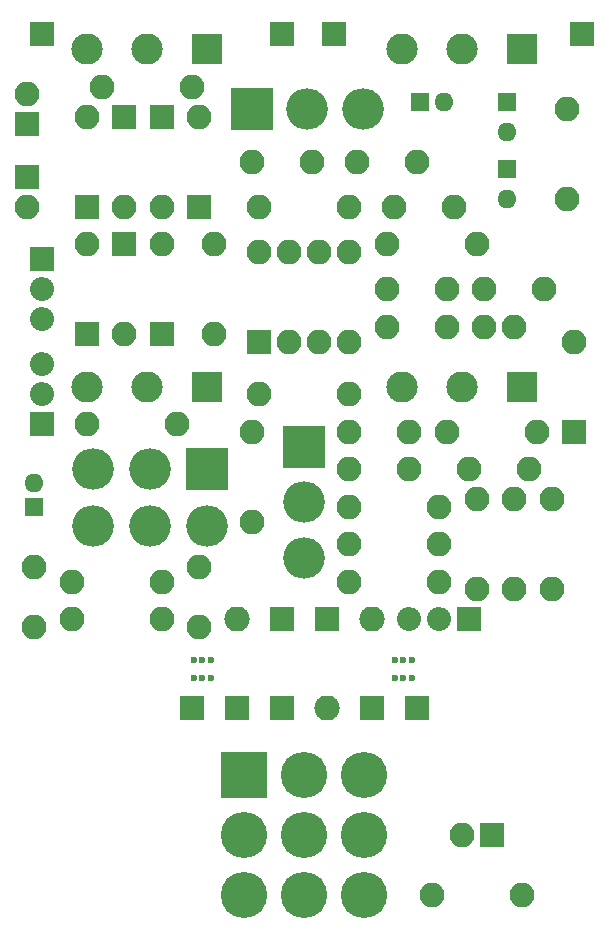
<source format=gbr>
G04 #@! TF.GenerationSoftware,KiCad,Pcbnew,(5.1.6-0-10_14)*
G04 #@! TF.CreationDate,2020-09-02T19:52:59+02:00*
G04 #@! TF.ProjectId,inglorious-bastard,696e676c-6f72-4696-9f75-732d62617374,rev?*
G04 #@! TF.SameCoordinates,Original*
G04 #@! TF.FileFunction,Soldermask,Top*
G04 #@! TF.FilePolarity,Negative*
%FSLAX46Y46*%
G04 Gerber Fmt 4.6, Leading zero omitted, Abs format (unit mm)*
G04 Created by KiCad (PCBNEW (5.1.6-0-10_14)) date 2020-09-02 19:52:59*
%MOMM*%
%LPD*%
G01*
G04 APERTURE LIST*
%ADD10O,2.100000X2.100000*%
%ADD11R,2.100000X2.100000*%
%ADD12C,0.600000*%
%ADD13O,3.516000X3.516000*%
%ADD14R,3.516000X3.516000*%
%ADD15R,3.916000X3.916000*%
%ADD16O,3.916000X3.916000*%
%ADD17O,2.640000X2.640000*%
%ADD18R,2.640000X2.640000*%
%ADD19R,2.030400X2.030400*%
%ADD20O,2.030400X2.030400*%
%ADD21R,2.132000X2.132000*%
%ADD22O,2.132000X2.132000*%
%ADD23O,1.608000X1.608000*%
%ADD24R,1.608000X1.608000*%
G04 APERTURE END LIST*
D10*
X97790000Y-146558000D03*
D11*
X100330000Y-146558000D03*
D12*
X76569000Y-133211000D03*
X75069000Y-133211000D03*
X75069000Y-131711000D03*
X76569000Y-131711000D03*
X75819000Y-133211000D03*
X75819000Y-131711000D03*
X93587000Y-133211000D03*
X92087000Y-133211000D03*
X92087000Y-131711000D03*
X93587000Y-131711000D03*
X92837000Y-133211000D03*
X92837000Y-131711000D03*
D10*
X80645000Y-97155000D03*
X83185000Y-97155000D03*
X85725000Y-97155000D03*
X88265000Y-97155000D03*
X88265000Y-104775000D03*
X85725000Y-104775000D03*
X83185000Y-104775000D03*
D11*
X80645000Y-104775000D03*
D13*
X84455000Y-123063000D03*
X84455000Y-118364000D03*
D14*
X84455000Y-113665000D03*
D13*
X89408000Y-85090000D03*
X84709000Y-85090000D03*
D14*
X80010000Y-85090000D03*
D13*
X66540000Y-120400000D03*
X71370000Y-120400000D03*
X76200000Y-120400000D03*
X66540000Y-115570000D03*
X71370000Y-115570000D03*
D14*
X76200000Y-115570000D03*
D15*
X79375000Y-141478000D03*
D16*
X79375000Y-146558000D03*
X79375000Y-151638000D03*
X84455000Y-141478000D03*
X84455000Y-146558000D03*
X84455000Y-151638000D03*
X89535000Y-141478000D03*
X89535000Y-146558000D03*
X89535000Y-151638000D03*
D17*
X92710000Y-80010000D03*
X97790000Y-80010000D03*
D18*
X102870000Y-80010000D03*
D17*
X66040000Y-80010000D03*
X71120000Y-80010000D03*
D18*
X76200000Y-80010000D03*
D17*
X66040000Y-108585000D03*
X71120000Y-108585000D03*
D18*
X76200000Y-108585000D03*
D17*
X92710000Y-108585000D03*
X97790000Y-108585000D03*
D18*
X102870000Y-108585000D03*
D10*
X88265000Y-118745000D03*
X95885000Y-118745000D03*
X88265000Y-121920000D03*
X95885000Y-121920000D03*
X95250000Y-151638000D03*
X102870000Y-151638000D03*
X73660000Y-111760000D03*
X66040000Y-111760000D03*
X64770000Y-125095000D03*
X72390000Y-125095000D03*
X67310000Y-83185000D03*
X74930000Y-83185000D03*
X88265000Y-93345000D03*
X80645000Y-93345000D03*
X80010000Y-120015000D03*
X80010000Y-112395000D03*
X64770000Y-128270000D03*
X72390000Y-128270000D03*
X88265000Y-125095000D03*
X95885000Y-125095000D03*
X99060000Y-125730000D03*
X99060000Y-118110000D03*
X105410000Y-118110000D03*
X105410000Y-125730000D03*
X106680000Y-85090000D03*
X106680000Y-92710000D03*
X91440000Y-96520000D03*
X99060000Y-96520000D03*
X96520000Y-112395000D03*
X104140000Y-112395000D03*
X76835000Y-96520000D03*
X76835000Y-104140000D03*
X102235000Y-118110000D03*
X102235000Y-125730000D03*
X88265000Y-109220000D03*
X80645000Y-109220000D03*
D19*
X62230000Y-111760000D03*
D20*
X62230000Y-109220000D03*
X62230000Y-106680000D03*
D19*
X62230000Y-97790000D03*
D20*
X62230000Y-100330000D03*
X62230000Y-102870000D03*
D19*
X98425000Y-128270000D03*
D20*
X95885000Y-128270000D03*
X93345000Y-128270000D03*
D21*
X82550000Y-128270000D03*
X86995000Y-78740000D03*
X86360000Y-128270000D03*
X93980000Y-135763000D03*
X62230000Y-78740000D03*
X90170000Y-135763000D03*
X82550000Y-135763000D03*
D22*
X86360000Y-135763000D03*
D21*
X74930000Y-135763000D03*
X78740000Y-135763000D03*
D22*
X78740000Y-128270000D03*
D21*
X82550000Y-78740000D03*
D22*
X90170000Y-128270000D03*
D21*
X107950000Y-78740000D03*
D11*
X107315000Y-112395000D03*
D10*
X107315000Y-104775000D03*
X60960000Y-83820000D03*
D11*
X60960000Y-86360000D03*
D10*
X60960000Y-93345000D03*
D11*
X60960000Y-90805000D03*
X66040000Y-104140000D03*
D10*
X66040000Y-96520000D03*
D11*
X75565000Y-93345000D03*
D10*
X75565000Y-85725000D03*
D11*
X72390000Y-85725000D03*
D10*
X72390000Y-93345000D03*
D11*
X69215000Y-85725000D03*
D10*
X69215000Y-93345000D03*
D11*
X66040000Y-93345000D03*
D10*
X66040000Y-85725000D03*
D11*
X72390000Y-104140000D03*
D10*
X72390000Y-96520000D03*
D11*
X69215000Y-96520000D03*
D10*
X69215000Y-104140000D03*
D23*
X101600000Y-86995000D03*
D24*
X101600000Y-84455000D03*
D23*
X101600000Y-92710000D03*
D24*
X101600000Y-90170000D03*
D10*
X103505000Y-115570000D03*
X98425000Y-115570000D03*
D23*
X61595000Y-116745000D03*
D24*
X61595000Y-118745000D03*
D10*
X75565000Y-128905000D03*
X75565000Y-123825000D03*
X88900000Y-89535000D03*
X93980000Y-89535000D03*
X61595000Y-128905000D03*
X61595000Y-123825000D03*
X99695000Y-100330000D03*
X104775000Y-100330000D03*
X91440000Y-100330000D03*
X96520000Y-100330000D03*
X80010000Y-89535000D03*
X85090000Y-89535000D03*
D23*
X96250000Y-84455000D03*
D24*
X94250000Y-84455000D03*
D10*
X97155000Y-93345000D03*
X92075000Y-93345000D03*
X91440000Y-103505000D03*
X96520000Y-103505000D03*
X102235000Y-103505000D03*
X99695000Y-103505000D03*
X88265000Y-112395000D03*
X93345000Y-112395000D03*
X93345000Y-115570000D03*
X88265000Y-115570000D03*
M02*

</source>
